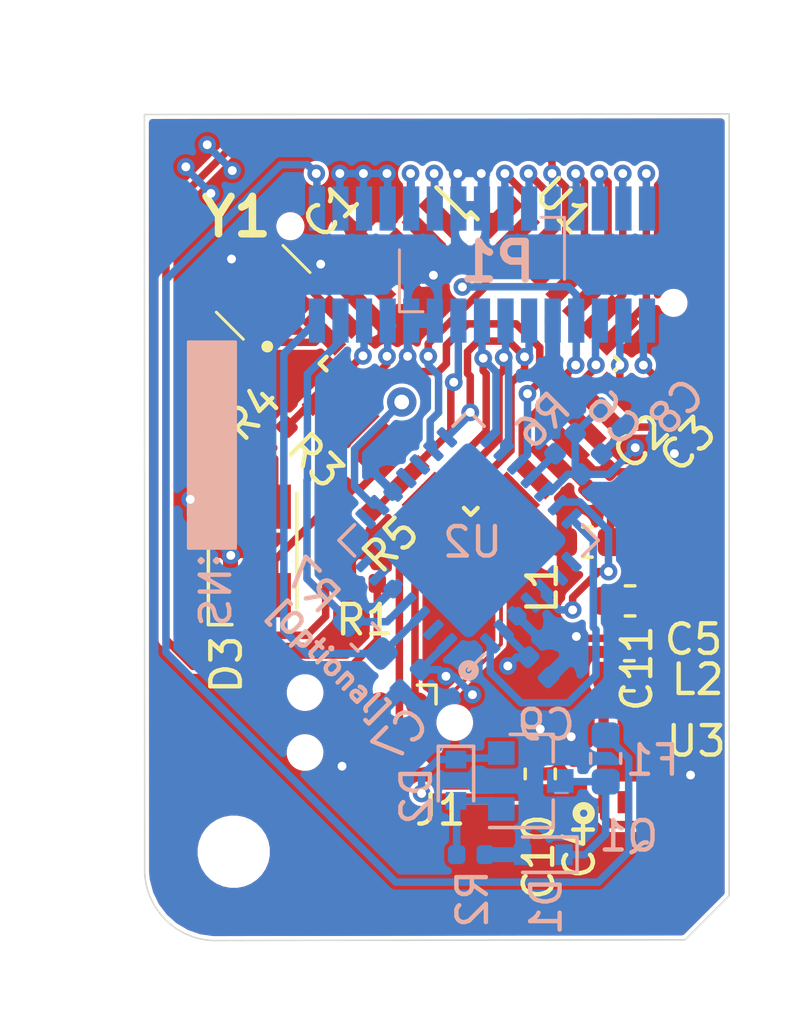
<source format=kicad_pcb>
(kicad_pcb (version 20171130) (host pcbnew "(5.1.2)-2")
  (layers (0 F.Cu signal) (31 B.Cu signal) (34 B.Paste user) (35 F.Paste user) (36 B.SilkS user) (37 F.SilkS user) (38 B.Mask user) (39 F.Mask user) (44 Edge.Cuts user))
  (net 0 "")
  (net 1 "Net-(U1-Pad7)")
  (net 2 GND)
  (net 3 /Reset)
  (net 4 /MOSI)
  (net 5 /SCK)
  (net 6 +5V)
  (net 7 /MISO)
  (net 8 "Net-(U2-Pad2)")
  (net 9 "Net-(U2-Pad6)")
  (net 10 "Net-(U2-Pad7)")
  (net 11 "Net-(U2-Pad8)")
  (net 12 "Net-(U2-Pad11)")
  (net 13 "Net-(U2-Pad12)")
  (net 14 "Net-(U2-Pad20)")
  (net 15 "Net-(U2-Pad21)")
  (net 16 "Net-(U2-Pad22)")
  (net 17 "Net-(U2-Pad23)")
  (net 18 "Net-(U2-Pad25)")
  (net 19 /CAN_CS)
  (net 20 /CAN_INT)
  (net 21 +12V)
  (net 22 /CLK_MCP)
  (net 23 /GREEN_LED)
  (net 24 /RED_LED)
  (net 25 /BLUE_LED)
  (net 26 /U-Pin8)
  (net 27 /U-Pin12)
  (net 28 /U-Pin14)
  (net 29 /U-Pin20)
  (net 30 /U-Pin22)
  (net 31 "Net-(D1-Pad1)")
  (net 32 "Net-(D2-Pad2)")
  (net 33 /U-Pin2)
  (net 34 /U-Pin4)
  (net 35 /U-Pin6)
  (net 36 /U-Pin7)
  (net 37 /U-Pin23)
  (net 38 /U-Pin1)
  (net 39 /U-Pin3)
  (net 40 +12V_Safe)
  (net 41 "Net-(C3-Pad2)")
  (net 42 "Net-(L2-Pad1)")
  (net 43 "Net-(R6-Pad1)")
  (net 44 "Net-(U3-Pad2)")
  (net 45 "Net-(U3-Pad6)")
  (net 46 "Net-(C2-Pad1)")
  (net 47 "Net-(D3-Pad2)")
  (net 48 "Net-(D3-Pad3)")
  (net 49 "Net-(D3-Pad4)")
  (net 50 "Net-(U1-Pad8)")
  (net 51 /U-Pin5)
  (net 52 /U-Pin27)
  (net 53 /U-Pin29)
  (module Inductor_SMD:L_0603_1608Metric (layer F.Cu) (at 78 78.5)
    (fp_text reference L1 (at -1.53 1.54 -90) (layer F.SilkS))
    (fp_text value 10uH)
    (pad 2 smd roundrect (at 0.7875 0) (size 0.875 0.95) (layers F.Cu F.Paste F.Mask) (net 41 "Net-(C3-Pad2)"))
    (pad 1 smd roundrect (at -0.7875 0) (size 0.875 0.95) (layers F.Cu F.Paste F.Mask) (net 6 +5V))
  )
  (module Package_QFP:TQFP-32_7x7mm_P0.8mm (layer F.Cu) (at 74.043324 72.446268 315)
    (fp_text reference U1 (at -1.57656 -6.012489 135) (layer F.SilkS))
    (fp_text value ATmega328P-AU)
    (pad 1 smd rect (at -4.25 -2.8 315) (size 1.6 0.55) (layers F.Cu F.Paste F.Mask) (net 29 /U-Pin20))
    (pad 2 smd rect (at -4.25 -2 315) (size 1.6 0.55) (layers F.Cu F.Paste F.Mask) (net 30 /U-Pin22))
    (pad 3 smd rect (at -4.25 -1.2 315) (size 1.6 0.55) (layers F.Cu F.Paste F.Mask) (net 2 GND))
    (pad 4 smd rect (at -4.25 -0.4 315) (size 1.6 0.55) (layers F.Cu F.Paste F.Mask) (net 6 +5V))
    (pad 5 smd rect (at -4.25 0.4 315) (size 1.6 0.55) (layers F.Cu F.Paste F.Mask) (net 2 GND))
    (pad 6 smd rect (at -4.25 1.2 315) (size 1.6 0.55) (layers F.Cu F.Paste F.Mask) (net 6 +5V))
    (pad 7 smd rect (at -4.25 2 315) (size 1.6 0.55) (layers F.Cu F.Paste F.Mask) (net 1 "Net-(U1-Pad7)"))
    (pad 8 smd rect (at -4.25 2.8 315) (size 1.6 0.55) (layers F.Cu F.Paste F.Mask) (net 50 "Net-(U1-Pad8)"))
    (pad 9 smd rect (at -2.8 4.25 45) (size 1.6 0.55) (layers F.Cu F.Paste F.Mask) (net 23 /GREEN_LED))
    (pad 10 smd rect (at -2 4.25 45) (size 1.6 0.55) (layers F.Cu F.Paste F.Mask) (net 37 /U-Pin23))
    (pad 11 smd rect (at -1.2 4.25 45) (size 1.6 0.55) (layers F.Cu F.Paste F.Mask) (net 19 /CAN_CS))
    (pad 12 smd rect (at -0.4 4.25 45) (size 1.6 0.55) (layers F.Cu F.Paste F.Mask) (net 22 /CLK_MCP))
    (pad 13 smd rect (at 0.4 4.25 45) (size 1.6 0.55) (layers F.Cu F.Paste F.Mask) (net 24 /RED_LED))
    (pad 14 smd rect (at 1.2 4.25 45) (size 1.6 0.55) (layers F.Cu F.Paste F.Mask) (net 25 /BLUE_LED))
    (pad 15 smd rect (at 2 4.25 45) (size 1.6 0.55) (layers F.Cu F.Paste F.Mask) (net 4 /MOSI))
    (pad 16 smd rect (at 2.8 4.25 45) (size 1.6 0.55) (layers F.Cu F.Paste F.Mask) (net 7 /MISO))
    (pad 17 smd rect (at 4.25 2.8 315) (size 1.6 0.55) (layers F.Cu F.Paste F.Mask) (net 5 /SCK))
    (pad 18 smd rect (at 4.25 2 315) (size 1.6 0.55) (layers F.Cu F.Paste F.Mask) (net 6 +5V))
    (pad 19 smd rect (at 4.25 1.2 315) (size 1.6 0.55) (layers F.Cu F.Paste F.Mask) (net 36 /U-Pin7))
    (pad 20 smd rect (at 4.25 0.4 315) (size 1.6 0.55) (layers F.Cu F.Paste F.Mask) (net 46 "Net-(C2-Pad1)"))
    (pad 21 smd rect (at 4.25 -0.4 315) (size 1.6 0.55) (layers F.Cu F.Paste F.Mask) (net 2 GND))
    (pad 22 smd rect (at 4.25 -1.2 315) (size 1.6 0.55) (layers F.Cu F.Paste F.Mask) (net 51 /U-Pin5))
    (pad 23 smd rect (at 4.25 -2 315) (size 1.6 0.55) (layers F.Cu F.Paste F.Mask) (net 38 /U-Pin1))
    (pad 24 smd rect (at 4.25 -2.8 315) (size 1.6 0.55) (layers F.Cu F.Paste F.Mask) (net 39 /U-Pin3))
    (pad 25 smd rect (at 2.8 -4.25 45) (size 1.6 0.55) (layers F.Cu F.Paste F.Mask) (net 33 /U-Pin2))
    (pad 26 smd rect (at 2 -4.25 45) (size 1.6 0.55) (layers F.Cu F.Paste F.Mask) (net 34 /U-Pin4))
    (pad 27 smd rect (at 1.2 -4.25 45) (size 1.6 0.55) (layers F.Cu F.Paste F.Mask) (net 35 /U-Pin6))
    (pad 28 smd rect (at 0.4 -4.25 45) (size 1.6 0.55) (layers F.Cu F.Paste F.Mask) (net 26 /U-Pin8))
    (pad 29 smd rect (at -0.4 -4.25 45) (size 1.6 0.55) (layers F.Cu F.Paste F.Mask) (net 3 /Reset))
    (pad 30 smd rect (at -1.2 -4.25 45) (size 1.6 0.55) (layers F.Cu F.Paste F.Mask) (net 27 /U-Pin12))
    (pad 31 smd rect (at -2 -4.25 45) (size 1.6 0.55) (layers F.Cu F.Paste F.Mask) (net 28 /U-Pin14))
    (pad 32 smd rect (at -2.8 -4.25 45) (size 1.6 0.55) (layers F.Cu F.Paste F.Mask) (net 20 /CAN_INT))
  )
  (module Connector:Tag-Connect_TC2030-IDC-NL_2x03_P1.27mm_Vertical (layer F.Cu) (at 70.96 84.62 180)
    (fp_text reference J1 (at -2.05 -2.97) (layer F.SilkS))
    (fp_text value TC2030-MCP-NL)
    (pad "" np_thru_hole circle (at 2.54 -1.016 180) (size 0.9906 0.9906) (drill 0.9906) (layers *.Cu *.Mask))
    (pad "" np_thru_hole circle (at 2.54 1.016 180) (size 0.9906 0.9906) (drill 0.9906) (layers *.Cu *.Mask))
    (pad "" np_thru_hole circle (at -2.54 0 180) (size 0.9906 0.9906) (drill 0.9906) (layers *.Cu *.Mask))
    (pad 1 connect circle (at -1.27 0.635 180) (size 0.7874 0.7874) (layers F.Cu F.Mask) (net 7 /MISO))
    (pad 2 connect circle (at -1.27 -0.635 180) (size 0.7874 0.7874) (layers F.Cu F.Mask) (net 6 +5V))
    (pad 3 connect circle (at 0 0.635 180) (size 0.7874 0.7874) (layers F.Cu F.Mask) (net 5 /SCK))
    (pad 4 connect circle (at 0 -0.635 180) (size 0.7874 0.7874) (layers F.Cu F.Mask) (net 4 /MOSI))
    (pad 5 connect circle (at 1.27 0.635 180) (size 0.7874 0.7874) (layers F.Cu F.Mask) (net 3 /Reset))
    (pad 6 connect circle (at 1.27 -0.635 180) (size 0.7874 0.7874) (layers F.Cu F.Mask) (net 2 GND))
  )
  (module SMLP36RGB2W3R:ILWX10SBVFBE (layer B.Cu) (at 74.422 69.088 180)
    (fp_text reference P1 (at -0.528 0.088) (layer B.SilkS) (effects (font (size 1.27 1.27) (thickness 0.254)) (justify mirror)))
    (fp_text value Conn_02x15_Odd_Even hide)
    (pad "" np_thru_hole circle (at 6.5 1.3 180) (size 0.7 0.7) (drill 0.7) (layers *.Cu *.Mask))
    (pad "" np_thru_hole circle (at -6.5 -1.3 180) (size 0.7 0.7) (drill 0.7) (layers *.Cu *.Mask))
    (pad 1 smd rect (at -5.6 -1.9 180) (size 0.55 1.5) (layers B.Cu B.Paste B.Mask) (net 38 /U-Pin1))
    (pad 2 smd rect (at -5.6 1.9 180) (size 0.55 1.5) (layers B.Cu B.Paste B.Mask) (net 33 /U-Pin2))
    (pad 3 smd rect (at -4.8 -1.9 180) (size 0.55 1.5) (layers B.Cu B.Paste B.Mask) (net 39 /U-Pin3))
    (pad 4 smd rect (at -4.8 1.9 180) (size 0.55 1.5) (layers B.Cu B.Paste B.Mask) (net 34 /U-Pin4))
    (pad 5 smd rect (at -4 -1.9 180) (size 0.55 1.5) (layers B.Cu B.Paste B.Mask) (net 51 /U-Pin5))
    (pad 6 smd rect (at -4 1.9 180) (size 0.55 1.5) (layers B.Cu B.Paste B.Mask) (net 35 /U-Pin6))
    (pad 7 smd rect (at -3.2 -1.9 180) (size 0.55 1.5) (layers B.Cu B.Paste B.Mask) (net 36 /U-Pin7))
    (pad 8 smd rect (at -3.2 1.9 180) (size 0.55 1.5) (layers B.Cu B.Paste B.Mask) (net 26 /U-Pin8))
    (pad 9 smd rect (at -2.4 -1.9 180) (size 0.55 1.5) (layers B.Cu B.Paste B.Mask) (net 2 GND))
    (pad 10 smd rect (at -2.4 1.9 180) (size 0.55 1.5) (layers B.Cu B.Paste B.Mask) (net 3 /Reset))
    (pad 11 smd rect (at -1.6 -1.9 180) (size 0.55 1.5) (layers B.Cu B.Paste B.Mask) (net 5 /SCK))
    (pad 12 smd rect (at -1.6 1.9 180) (size 0.55 1.5) (layers B.Cu B.Paste B.Mask) (net 27 /U-Pin12))
    (pad 13 smd rect (at -0.8 -1.9 180) (size 0.55 1.5) (layers B.Cu B.Paste B.Mask) (net 7 /MISO))
    (pad 14 smd rect (at -0.8 1.9 180) (size 0.55 1.5) (layers B.Cu B.Paste B.Mask) (net 28 /U-Pin14))
    (pad 15 smd rect (at 0 -1.9 180) (size 0.55 1.5) (layers B.Cu B.Paste B.Mask) (net 4 /MOSI))
    (pad 16 smd rect (at 0 1.9 180) (size 0.55 1.5) (layers B.Cu B.Paste B.Mask) (net 2 GND))
    (pad 17 smd rect (at 0.8 -1.9 180) (size 0.55 1.5) (layers B.Cu B.Paste B.Mask) (net 25 /BLUE_LED))
    (pad 18 smd rect (at 0.8 1.9 180) (size 0.55 1.5) (layers B.Cu B.Paste B.Mask) (net 2 GND))
    (pad 19 smd rect (at 1.6 -1.9 180) (size 0.55 1.5) (layers B.Cu B.Paste B.Mask) (net 2 GND))
    (pad 20 smd rect (at 1.6 1.9 180) (size 0.55 1.5) (layers B.Cu B.Paste B.Mask) (net 29 /U-Pin20))
    (pad 21 smd rect (at 2.4 -1.9 180) (size 0.55 1.5) (layers B.Cu B.Paste B.Mask) (net 2 GND))
    (pad 22 smd rect (at 2.4 1.9 180) (size 0.55 1.5) (layers B.Cu B.Paste B.Mask) (net 30 /U-Pin22))
    (pad 23 smd rect (at 3.2 -1.9 180) (size 0.55 1.5) (layers B.Cu B.Paste B.Mask) (net 37 /U-Pin23))
    (pad 24 smd rect (at 3.2 1.9 180) (size 0.55 1.5) (layers B.Cu B.Paste B.Mask) (net 6 +5V))
    (pad 25 smd rect (at 4 -1.9 180) (size 0.55 1.5) (layers B.Cu B.Paste B.Mask) (net 23 /GREEN_LED))
    (pad 26 smd rect (at 4 1.9 180) (size 0.55 1.5) (layers B.Cu B.Paste B.Mask) (net 6 +5V))
    (pad 27 smd rect (at 4.8 -1.9 180) (size 0.55 1.5) (layers B.Cu B.Paste B.Mask) (net 52 /U-Pin27))
    (pad 28 smd rect (at 4.8 1.9 180) (size 0.55 1.5) (layers B.Cu B.Paste B.Mask) (net 6 +5V))
    (pad 29 smd rect (at 5.6 -1.9 180) (size 0.55 1.5) (layers B.Cu B.Paste B.Mask) (net 53 /U-Pin29))
    (pad 30 smd rect (at 5.6 1.9 180) (size 0.55 1.5) (layers B.Cu B.Paste B.Mask) (net 21 +12V))
  )
  (module LED_SMD:LED_Avago_PLCC4_3.2x2.8mm_CW (layer F.Cu) (at 66.64 78.8 90)
    (fp_text reference D3 (at -3.85 -0.89 270) (layer F.SilkS))
    (fp_text value ASMB-MTB0-0A3A2)
    (pad 1 smd rect (at -1.5 -0.75 90) (size 1.5 1.1) (layers F.Cu F.Paste F.Mask) (net 6 +5V))
    (pad 2 smd rect (at 1.5 -0.75 90) (size 1.5 1.1) (layers F.Cu F.Paste F.Mask) (net 47 "Net-(D3-Pad2)"))
    (pad 3 smd rect (at 1.5 0.75 90) (size 1.5 1.1) (layers F.Cu F.Paste F.Mask) (net 48 "Net-(D3-Pad3)"))
    (pad 4 smd rect (at -1.5 0.75 90) (size 1.5 1.1) (layers F.Cu F.Paste F.Mask) (net 49 "Net-(D3-Pad4)"))
  )
  (module Resistor_SMD:R_0402_1005Metric (layer F.Cu) (at 70.385 79.9)
    (fp_text reference R1 (at 0.065 1.24) (layer F.SilkS))
    (fp_text value "10K Ohm")
    (pad 1 smd roundrect (at -0.485 0) (size 0.59 0.64) (layers F.Cu F.Paste F.Mask) (net 6 +5V))
    (pad 2 smd roundrect (at 0.485 0) (size 0.59 0.64) (layers F.Cu F.Paste F.Mask) (net 3 /Reset))
  )
  (module Resistor_SMD:R_0402_1005Metric (layer F.Cu) (at 70.322947 77.797053 45)
    (fp_text reference R5 (at 0.151396 1.25865 45) (layer F.SilkS))
    (fp_text value "190 Ohm")
    (pad 1 smd roundrect (at -0.485 0 45) (size 0.59 0.64) (layers F.Cu F.Paste F.Mask) (net 47 "Net-(D3-Pad2)"))
    (pad 2 smd roundrect (at 0.485 0 45) (size 0.59 0.64) (layers F.Cu F.Paste F.Mask) (net 25 /BLUE_LED))
  )
  (module Package_DFN_QFN:QFN-28-1EP_6x6mm_P0.65mm_EP4.8x4.8mm (layer B.Cu) (at 73.968 78.44 45)
    (fp_text reference U2 (at 0.050912 0.135765 180) (layer B.SilkS) (effects (justify mirror)))
    (fp_text value MCP25625-x-SS)
    (pad 29 smd roundrect (at 0 0 45) (size 4.8 4.8) (layers B.Cu B.Mask) (roundrect_rratio 0.052083))
    (pad 1 smd roundrect (at -2.9875 1.95 45) (size 0.775 0.3) (layers B.Cu B.Paste B.Mask) (net 6 +5V))
    (pad 2 smd roundrect (at -2.9875 1.3 45) (size 0.775 0.3) (layers B.Cu B.Paste B.Mask) (net 8 "Net-(U2-Pad2)"))
    (pad 3 smd roundrect (at -2.9875 0.65 45) (size 0.775 0.3) (layers B.Cu B.Paste B.Mask) (net 53 /U-Pin29))
    (pad 4 smd roundrect (at -2.9875 0 45) (size 0.775 0.3) (layers B.Cu B.Paste B.Mask) (net 52 /U-Pin27))
    (pad 5 smd roundrect (at -2.9875 -0.65 45) (size 0.775 0.3) (layers B.Cu B.Paste B.Mask) (net 2 GND))
    (pad 6 smd roundrect (at -2.9875 -1.3 45) (size 0.775 0.3) (layers B.Cu B.Paste B.Mask) (net 9 "Net-(U2-Pad6)"))
    (pad 7 smd roundrect (at -2.9875 -1.95 45) (size 0.775 0.3) (layers B.Cu B.Paste B.Mask) (net 10 "Net-(U2-Pad7)"))
    (pad 8 smd roundrect (at -1.95 -2.9875 45) (size 0.3 0.775) (layers B.Cu B.Paste B.Mask) (net 11 "Net-(U2-Pad8)"))
    (pad 9 smd roundrect (at -1.3 -2.9875 45) (size 0.3 0.775) (layers B.Cu B.Paste B.Mask) (net 22 /CLK_MCP))
    (pad 10 smd roundrect (at -0.65 -2.9875 45) (size 0.3 0.775) (layers B.Cu B.Paste B.Mask) (net 2 GND))
    (pad 11 smd roundrect (at 0 -2.9875 45) (size 0.3 0.775) (layers B.Cu B.Paste B.Mask) (net 12 "Net-(U2-Pad11)"))
    (pad 12 smd roundrect (at 0.65 -2.9875 45) (size 0.3 0.775) (layers B.Cu B.Paste B.Mask) (net 13 "Net-(U2-Pad12)"))
    (pad 13 smd roundrect (at 1.3 -2.9875 45) (size 0.3 0.775) (layers B.Cu B.Paste B.Mask) (net 20 /CAN_INT))
    (pad 14 smd roundrect (at 1.95 -2.9875 45) (size 0.3 0.775) (layers B.Cu B.Paste B.Mask) (net 5 /SCK))
    (pad 15 smd roundrect (at 2.9875 -1.95 45) (size 0.775 0.3) (layers B.Cu B.Paste B.Mask) (net 4 /MOSI))
    (pad 16 smd roundrect (at 2.9875 -1.3 45) (size 0.775 0.3) (layers B.Cu B.Paste B.Mask) (net 7 /MISO))
    (pad 17 smd roundrect (at 2.9875 -0.65 45) (size 0.775 0.3) (layers B.Cu B.Paste B.Mask) (net 19 /CAN_CS))
    (pad 18 smd roundrect (at 2.9875 0 45) (size 0.775 0.3) (layers B.Cu B.Paste B.Mask) (net 43 "Net-(R6-Pad1)"))
    (pad 19 smd roundrect (at 2.9875 0.65 45) (size 0.775 0.3) (layers B.Cu B.Paste B.Mask) (net 6 +5V))
    (pad 20 smd roundrect (at 2.9875 1.3 45) (size 0.775 0.3) (layers B.Cu B.Paste B.Mask) (net 14 "Net-(U2-Pad20)"))
    (pad 21 smd roundrect (at 2.9875 1.95 45) (size 0.775 0.3) (layers B.Cu B.Paste B.Mask) (net 15 "Net-(U2-Pad21)"))
    (pad 22 smd roundrect (at 1.95 2.9875 45) (size 0.3 0.775) (layers B.Cu B.Paste B.Mask) (net 16 "Net-(U2-Pad22)"))
    (pad 23 smd roundrect (at 1.3 2.9875 45) (size 0.3 0.775) (layers B.Cu B.Paste B.Mask) (net 17 "Net-(U2-Pad23)"))
    (pad 24 smd roundrect (at 0.65 2.9875 45) (size 0.3 0.775) (layers B.Cu B.Paste B.Mask) (net 14 "Net-(U2-Pad20)"))
    (pad 25 smd roundrect (at 0 2.9875 45) (size 0.3 0.775) (layers B.Cu B.Paste B.Mask) (net 18 "Net-(U2-Pad25)"))
    (pad 26 smd roundrect (at -0.65 2.9875 45) (size 0.3 0.775) (layers B.Cu B.Paste B.Mask) (net 2 GND))
    (pad 27 smd roundrect (at -1.3 2.9875 45) (size 0.3 0.775) (layers B.Cu B.Paste B.Mask) (net 6 +5V))
    (pad 28 smd roundrect (at -1.95 2.9875 45) (size 0.3 0.775) (layers B.Cu B.Paste B.Mask) (net 15 "Net-(U2-Pad21)"))
  )
  (module CSTNE16M0V530000R0:CSTNE16M0V530000R0 (layer F.Cu) (at 67.299049 70.331992 45)
    (fp_text reference Y1 (at 1.168807 -2.878661) (layer F.SilkS) (effects (font (size 1.27 1.27) (thickness 0.254))))
    (fp_text value 16.0Mhz hide)
    (pad 3 smd rect (at 1.2 -0.425 45) (size 0.4 1.9) (layers F.Cu F.Paste F.Mask) (net 1 "Net-(U1-Pad7)"))
    (pad 2 smd rect (at 0 -0.425 45) (size 0.4 1.9) (layers F.Cu F.Paste F.Mask) (net 2 GND))
    (pad 1 smd rect (at -1.2 -0.425 45) (size 0.4 1.9) (layers F.Cu F.Paste F.Mask) (net 50 "Net-(U1-Pad8)"))
  )
  (module Capacitor_SMD:C_0402_1005Metric (layer F.Cu) (at 69.792947 68.332053 225)
    (fp_text reference C1 (at -0.398883 1.096016 45) (layer F.SilkS))
    (fp_text value 0.1uF)
    (pad 1 smd roundrect (at -0.485 0 225) (size 0.59 0.64) (layers F.Cu F.Paste F.Mask) (net 6 +5V))
    (pad 2 smd roundrect (at 0.485 0 225) (size 0.59 0.64) (layers F.Cu F.Paste F.Mask) (net 2 GND))
  )
  (module Diode_SMD:D_SOD-523 (layer B.Cu) (at 76.5 89.1 180)
    (fp_text reference D1 (at -0.1016 -1.7526 90) (layer B.SilkS) (effects (justify mirror)))
    (fp_text value 15V)
    (pad 1 smd rect (at -0.7 0) (size 0.6 0.7) (layers B.Cu B.Paste B.Mask) (net 31 "Net-(D1-Pad1)"))
    (pad 2 smd rect (at 0.7 0) (size 0.6 0.7) (layers B.Cu B.Paste B.Mask) (net 2 GND))
  )
  (module Capacitor_SMD:C_0402_1005Metric (layer F.Cu) (at 80.042947 76.457053 225)
    (fp_text reference C3 (at -1.862594 -0.070711 225) (layer F.SilkS))
    (fp_text value 0.1uF)
    (pad 2 smd roundrect (at 0.485 0 225) (size 0.59 0.64) (layers F.Cu F.Paste F.Mask) (net 41 "Net-(C3-Pad2)"))
    (pad 1 smd roundrect (at -0.485 0 225) (size 0.59 0.64) (layers F.Cu F.Paste F.Mask) (net 2 GND))
  )
  (module Resistor_SMD:R_0402_1005Metric (layer B.Cu) (at 74.048 89.1)
    (fp_text reference R2 (at 0.052 1.5 270) (layer B.SilkS) (effects (justify mirror)))
    (fp_text value "100K Ohm")
    (pad 2 smd roundrect (at 0.485 0) (size 0.59 0.64) (layers B.Cu B.Paste B.Mask) (net 2 GND))
    (pad 1 smd roundrect (at -0.485 0) (size 0.59 0.64) (layers B.Cu B.Paste B.Mask) (net 32 "Net-(D2-Pad2)"))
  )
  (module Package_TO_SOT_SMD:SOT-23 (layer B.Cu) (at 76.08 86.6)
    (fp_text reference Q1 (at 3.32 1.87) (layer B.SilkS) (effects (justify mirror)))
    (fp_text value Q_PMOS_DGS)
    (pad 3 smd rect (at 1 0) (size 0.9 0.8) (layers B.Cu B.Paste B.Mask) (net 31 "Net-(D1-Pad1)"))
    (pad 2 smd rect (at -1 -0.95) (size 0.9 0.8) (layers B.Cu B.Paste B.Mask) (net 40 +12V_Safe))
    (pad 1 smd rect (at -1 0.95) (size 0.9 0.8) (layers B.Cu B.Paste B.Mask) (net 32 "Net-(D2-Pad2)"))
  )
  (module Fuse:Fuse_0603_1608Metric (layer B.Cu) (at 78.62 85.8375 90)
    (fp_text reference F1 (at -0.0625 1.58 180) (layer B.SilkS) (effects (justify mirror)))
    (fp_text value 250mA)
    (pad 2 smd roundrect (at 0.7875 0 90) (size 0.875 0.95) (layers B.Cu B.Paste B.Mask) (net 21 +12V))
    (pad 1 smd roundrect (at -0.7875 0 90) (size 0.875 0.95) (layers B.Cu B.Paste B.Mask) (net 31 "Net-(D1-Pad1)"))
  )
  (module Diode_SMD:D_SOD-523 (layer B.Cu) (at 73.54 86.574 270)
    (fp_text reference D2 (at 0.526 1.34 90) (layer B.SilkS) (effects (justify mirror)))
    (fp_text value 2.4V)
    (pad 1 smd rect (at -0.7 0 90) (size 0.6 0.7) (layers B.Cu B.Paste B.Mask) (net 40 +12V_Safe))
    (pad 2 smd rect (at 0.7 0 90) (size 0.6 0.7) (layers B.Cu B.Paste B.Mask) (net 32 "Net-(D2-Pad2)"))
  )
  (module Resistor_SMD:R_0603_1608Metric (layer B.Cu) (at 70.46 81.72 315)
    (fp_text reference R7 (at -2.5173 0.042426 315) (layer B.SilkS) (effects (justify mirror)))
    (fp_text value "120 Ohm")
    (pad 1 smd roundrect (at -0.7875 0 315) (size 0.875 0.95) (layers B.Cu B.Paste B.Mask) (net 52 /U-Pin27))
    (pad 2 smd roundrect (at 0.7875 0 315) (size 0.875 0.95) (layers B.Cu B.Paste B.Mask) (net 53 /U-Pin29))
  )
  (module Capacitor_SMD:C_0402_1005Metric (layer B.Cu) (at 72 83.17 225)
    (fp_text reference C7 (at 1.559803 -1.103087 225) (layer B.SilkS) (effects (justify mirror)))
    (fp_text value 0.1uF)
    (pad 1 smd roundrect (at -0.485 0 225) (size 0.59 0.64) (layers B.Cu B.Paste B.Mask) (net 6 +5V))
    (pad 2 smd roundrect (at 0.485 0 225) (size 0.59 0.64) (layers B.Cu B.Paste B.Mask) (net 2 GND))
  )
  (module Capacitor_SMD:C_0402_1005Metric (layer B.Cu) (at 78.142947 75.857053 45)
    (fp_text reference C8 (at 3.412572 0.66468 45) (layer B.SilkS) (effects (justify mirror)))
    (fp_text value 0.1uF hide)
    (pad 1 smd roundrect (at -0.485 0 45) (size 0.59 0.64) (layers B.Cu B.Paste B.Mask) (net 6 +5V))
    (pad 2 smd roundrect (at 0.485 0 45) (size 0.59 0.64) (layers B.Cu B.Paste B.Mask) (net 2 GND))
  )
  (module Capacitor_SMD:C_0402_1005Metric (layer B.Cu) (at 76.342947 82.742947 135)
    (fp_text reference C9 (at -1.565609 -1.202082) (layer B.SilkS) (effects (justify mirror)))
    (fp_text value 0.1uF)
    (pad 1 smd roundrect (at -0.485 0 135) (size 0.59 0.64) (layers B.Cu B.Paste B.Mask) (net 2 GND))
    (pad 2 smd roundrect (at 0.485 0 135) (size 0.59 0.64) (layers B.Cu B.Paste B.Mask) (net 6 +5V))
  )
  (module Capacitor_SMD:C_0402_1005Metric (layer B.Cu) (at 78.8 74.3 315)
    (fp_text reference C6 (at 0.070711 -0.070711 315) (layer B.SilkS) (effects (justify mirror)))
    (fp_text value 0.1uF)
    (pad 1 smd roundrect (at -0.485 0 315) (size 0.59 0.64) (layers B.Cu B.Paste B.Mask) (net 6 +5V))
    (pad 2 smd roundrect (at 0.485 0 315) (size 0.59 0.64) (layers B.Cu B.Paste B.Mask) (net 2 GND))
  )
  (module Resistor_SMD:R_0402_1005Metric (layer B.Cu) (at 77.242947 75.157053 45)
    (fp_text reference R6 (at 0.007071 -1.096016 45) (layer B.SilkS) (effects (justify mirror)))
    (fp_text value "10K Ohm")
    (pad 1 smd roundrect (at -0.485 0 45) (size 0.59 0.64) (layers B.Cu B.Paste B.Mask) (net 43 "Net-(R6-Pad1)"))
    (pad 2 smd roundrect (at 0.485 0 45) (size 0.59 0.64) (layers B.Cu B.Paste B.Mask) (net 6 +5V))
  )
  (module Capacitor_SMD:C_0402_1005Metric (layer F.Cu) (at 78.4 76.4 45)
    (fp_text reference C2 (at 1.916259 0.091924 225) (layer F.SilkS))
    (fp_text value 0.1uF)
    (pad 1 smd roundrect (at -0.485 0 45) (size 0.59 0.64) (layers F.Cu F.Paste F.Mask) (net 46 "Net-(C2-Pad1)"))
    (pad 2 smd roundrect (at 0.485 0 45) (size 0.59 0.64) (layers F.Cu F.Paste F.Mask) (net 2 GND))
  )
  (module Capacitor_SMD:C_0402_1005Metric (layer F.Cu) (at 77.67 86.313 90)
    (fp_text reference C4 (at -2.627 0.06 270) (layer F.SilkS))
    (fp_text value 0.1uF)
    (pad 1 smd roundrect (at -0.485 0 90) (size 0.59 0.64) (layers F.Cu F.Paste F.Mask) (net 40 +12V_Safe))
    (pad 2 smd roundrect (at 0.485 0 90) (size 0.59 0.64) (layers F.Cu F.Paste F.Mask) (net 2 GND))
  )
  (module Capacitor_SMD:C_0402_1005Metric (layer F.Cu) (at 79.471 81.764 180)
    (fp_text reference C5 (at -2.129 -0.036 180) (layer F.SilkS))
    (fp_text value 0.1uF)
    (pad 2 smd roundrect (at 0.485 0 180) (size 0.59 0.64) (layers F.Cu F.Paste F.Mask) (net 2 GND))
    (pad 1 smd roundrect (at -0.485 0 180) (size 0.59 0.64) (layers F.Cu F.Paste F.Mask) (net 6 +5V))
  )
  (module MountingHole:MountingHole_2.2mm_M2 (layer B.Cu) (at 66 89)
    (fp_text reference H1 (at 0.01 -0.05) (layer B.SilkS) (effects (justify mirror)))
    (fp_text value "M2 Mouting hole")
    (pad 1 np_thru_hole circle (at 0 0) (size 2.2 2.2) (drill 2.2) (layers *.Cu *.Mask))
  )
  (module Inductor_SMD:L_0603_1608Metric (layer F.Cu) (at 79.4225 83.034)
    (fp_text reference L2 (at 2.3175 0.126 -180) (layer F.SilkS))
    (fp_text value "2.2 µH")
    (pad 1 smd roundrect (at -0.7875 0) (size 0.875 0.95) (layers F.Cu F.Paste F.Mask) (net 42 "Net-(L2-Pad1)"))
    (pad 2 smd roundrect (at 0.7875 0) (size 0.875 0.95) (layers F.Cu F.Paste F.Mask) (net 6 +5V))
  )
  (module NCV890430MW50TXG:SON65P300X300X100-9N (layer F.Cu) (at 79.524 85.82 90)
    (fp_text reference U3 (at 0.57 2.166 180) (layer F.SilkS))
    (fp_text value NCV890430MW50TXG hide)
    (pad 1 smd rect (at -1.5 -0.975 180) (size 0.35 0.75) (layers F.Cu F.Paste F.Mask) (net 40 +12V_Safe))
    (pad 2 smd rect (at -1.5 -0.325 180) (size 0.35 0.75) (layers F.Cu F.Paste F.Mask) (net 44 "Net-(U3-Pad2)"))
    (pad 3 smd rect (at -1.5 0.325 180) (size 0.35 0.75) (layers F.Cu F.Paste F.Mask) (net 2 GND))
    (pad 4 smd rect (at -1.5 0.975 180) (size 0.35 0.75) (layers F.Cu F.Paste F.Mask) (net 40 +12V_Safe))
    (pad 5 smd rect (at 1.5 0.975 180) (size 0.35 0.75) (layers F.Cu F.Paste F.Mask) (net 6 +5V))
    (pad 6 smd rect (at 1.5 0.325 180) (size 0.35 0.75) (layers F.Cu F.Paste F.Mask) (net 45 "Net-(U3-Pad6)"))
    (pad 7 smd rect (at 1.5 -0.325 180) (size 0.35 0.75) (layers F.Cu F.Paste F.Mask) (net 2 GND))
    (pad 8 smd rect (at 1.5 -0.975 180) (size 0.35 0.75) (layers F.Cu F.Paste F.Mask) (net 42 "Net-(L2-Pad1)"))
    (pad 9 smd rect (at 0 0 90) (size 1.6 2.4) (layers F.Cu F.Paste F.Mask) (net 2 GND))
  )
  (module Capacitor_SMD:C_0603_1608Metric (layer F.Cu) (at 76.4 86.3615 90)
    (fp_text reference C10 (at -2.8194 -0.0508 90) (layer F.SilkS))
    (fp_text value 10uF)
    (pad 1 smd roundrect (at -0.7875 0 90) (size 0.875 0.95) (layers F.Cu F.Paste F.Mask) (net 40 +12V_Safe))
    (pad 2 smd roundrect (at 0.7875 0 90) (size 0.875 0.95) (layers F.Cu F.Paste F.Mask) (net 2 GND))
  )
  (module Capacitor_SMD:C_0603_1608Metric (layer F.Cu) (at 79.448 80.494 180)
    (fp_text reference C11 (at -0.2285 -2.286 270) (layer F.SilkS))
    (fp_text value 10uF)
    (pad 2 smd roundrect (at 0.7875 0 180) (size 0.875 0.95) (layers F.Cu F.Paste F.Mask) (net 2 GND))
    (pad 1 smd roundrect (at -0.7875 0 180) (size 0.875 0.95) (layers F.Cu F.Paste F.Mask) (net 6 +5V))
  )
  (module Resistor_SMD:R_0402_1005Metric (layer F.Cu) (at 69.492947 76.997053 45)
    (fp_text reference R3 (at 0.391812 -1.400071 315) (layer F.SilkS))
    (fp_text value "290 ohm")
    (pad 1 smd roundrect (at -0.485 0 45) (size 0.59 0.64) (layers F.Cu F.Paste F.Mask) (net 49 "Net-(D3-Pad4)"))
    (pad 2 smd roundrect (at 0.485 0 45) (size 0.59 0.64) (layers F.Cu F.Paste F.Mask) (net 24 /RED_LED))
  )
  (module Resistor_SMD:R_0402_1005Metric (layer F.Cu) (at 67.457053 74.942947 45)
    (fp_text reference R4 (at 0 -1.17 225) (layer F.SilkS))
    (fp_text value 200ohm)
    (pad 2 smd roundrect (at 0.485 0 45) (size 0.59 0.64) (layers F.Cu F.Paste F.Mask) (net 23 /GREEN_LED))
    (pad 1 smd roundrect (at -0.485 0 45) (size 0.59 0.64) (layers F.Cu F.Paste F.Mask) (net 48 "Net-(D3-Pad3)"))
  )
  (gr_line (start 82.80908 90.49258) (end 81.31302 91.98864) (layer Edge.Cuts) (width 0.05))
  (gr_arc (start 65.399901 89.588339) (end 62.97676 89.71534) (angle -84.58411655) (layer Edge.Cuts) (width 0.05))
  (gr_line (start 62.97676 89.71534) (end 62.97 64) (layer Edge.Cuts) (width 0.05))
  (gr_line (start 81.31302 91.98864) (end 65.297629 92.01265) (layer Edge.Cuts) (width 0.05))
  (gr_line (start 82.81 63.98) (end 82.80908 90.49258) (layer Edge.Cuts) (width 0.05))
  (gr_line (start 62.97 64) (end 82.81 63.98) (layer Edge.Cuts) (width 0.05))
  (gr_text SN: (at 65.3 80.13 270) (layer B.SilkS) (effects (font (size 1 1)) (justify mirror)))
  (gr_poly (pts (xy 64.46 71.71) (xy 66.06 71.71) (xy 66.06 78.71) (xy 64.46 78.71)) (layer B.SilkS) (width 0.1))
  (gr_text [Optional] (at 69.24 82.53 315) (layer B.SilkS) (effects (font (size 0.7 0.7))))
  (segment (start 69.519392 70.855278) (end 69.623907 70.855278) (width 0.254) (layer F.Cu) (net 1))
  (segment (start 67.847057 69.182943) (end 69.519392 70.855278) (width 0.254) (layer F.Cu) (net 1))
  (via (at 73.6 66) (size 0.6) (drill 0.3) (layers F.Cu B.Cu) (net 2))
  (segment (start 77.416 85.574) (end 77.67 85.828) (width 0.254) (layer F.Cu) (net 2))
  (segment (start 76.4 85.574) (end 77.416 85.574) (width 0.254) (layer F.Cu) (net 2))
  (segment (start 77.678 85.82) (end 77.67 85.828) (width 0.254) (layer F.Cu) (net 2))
  (segment (start 79.524 85.82) (end 77.678 85.82) (width 0.254) (layer F.Cu) (net 2))
  (segment (start 79.199 85.495) (end 79.524 85.82) (width 0.254) (layer F.Cu) (net 2))
  (segment (start 79.199 84.32) (end 79.199 85.495) (width 0.254) (layer F.Cu) (net 2))
  (segment (start 80.328841 76.057053) (end 80.385894 76.114106) (width 0.254) (layer F.Cu) (net 2))
  (segment (start 78.485894 75.514106) (end 78.5 75.5) (width 0.254) (layer B.Cu) (net 2))
  (segment (start 74.4 67.166) (end 74.422 67.188) (width 0.254) (layer B.Cu) (net 2))
  (segment (start 74.4 66) (end 74.4 67.166) (width 0.254) (layer B.Cu) (net 2))
  (segment (start 73.6 67.166) (end 73.622 67.188) (width 0.254) (layer B.Cu) (net 2))
  (segment (start 73.6 66) (end 73.6 67.166) (width 0.254) (layer B.Cu) (net 2))
  (segment (start 80.514106 76.242318) (end 80.385894 76.114106) (width 0.254) (layer F.Cu) (net 2))
  (segment (start 80.514106 77.685894) (end 80.514106 76.242318) (width 0.254) (layer F.Cu) (net 2))
  (segment (start 74.422 67.188) (end 73.622 67.188) (width 0.254) (layer B.Cu) (net 2))
  (segment (start 80.514106 78.057926) (end 80.514106 77.685894) (width 0.254) (layer F.Cu) (net 2))
  (segment (start 80.514106 79.077894) (end 80.514106 78.057926) (width 0.254) (layer F.Cu) (net 2))
  (segment (start 79.098 80.494) (end 80.514106 79.077894) (width 0.254) (layer F.Cu) (net 2))
  (segment (start 78.6605 80.494) (end 79.098 80.494) (width 0.254) (layer F.Cu) (net 2))
  (segment (start 74.4 66) (end 73.6 66) (width 0.254) (layer B.Cu) (net 2))
  (segment (start 79.142947 74.857053) (end 78.485894 75.514106) (width 0.254) (layer B.Cu) (net 2))
  (segment (start 79.142947 74.642947) (end 79.142947 74.857053) (width 0.254) (layer B.Cu) (net 2))
  (via (at 74.4 66) (size 0.6) (drill 0.3) (layers F.Cu B.Cu) (net 2))
  (segment (start 78.8 76.114106) (end 78.742947 76.057053) (width 0.254) (layer F.Cu) (net 2))
  (segment (start 80.385894 76.114106) (end 78.8 76.114106) (width 0.254) (layer F.Cu) (net 2))
  (via (at 81.5 86.4) (size 0.6) (drill 0.3) (layers F.Cu B.Cu) (net 2))
  (segment (start 80.92 85.82) (end 79.524 85.82) (width 0.254) (layer F.Cu) (net 2))
  (segment (start 81.5 86.4) (end 80.92 85.82) (width 0.254) (layer F.Cu) (net 2))
  (segment (start 79.43 84.089) (end 79.199 84.32) (width 0.254) (layer F.Cu) (net 2))
  (segment (start 78.986 81.764) (end 79.43 82.208) (width 0.254) (layer F.Cu) (net 2))
  (segment (start 79.43 82.208) (end 79.43 84.089) (width 0.254) (layer F.Cu) (net 2))
  (segment (start 78.691 81.764) (end 78.986 81.764) (width 0.254) (layer F.Cu) (net 2))
  (segment (start 78.67 81.743) (end 78.691 81.764) (width 0.254) (layer F.Cu) (net 2))
  (segment (start 78.6605 80.494) (end 78.67 80.5035) (width 0.254) (layer F.Cu) (net 2))
  (segment (start 78.67 80.5035) (end 78.67 81.743) (width 0.254) (layer F.Cu) (net 2))
  (segment (start 78.219795 76.057053) (end 77.331371 75.168629) (width 0.254) (layer F.Cu) (net 2))
  (segment (start 78.742947 76.057053) (end 78.219795 76.057053) (width 0.254) (layer F.Cu) (net 2))
  (segment (start 72 68.705888) (end 72.005888 68.705888) (width 0.254) (layer F.Cu) (net 2))
  (segment (start 71.886648 68.592536) (end 72 68.705888) (width 0.254) (layer F.Cu) (net 2))
  (segment (start 69.70637 68.675) (end 70.755277 69.723907) (width 0.254) (layer F.Cu) (net 2))
  (segment (start 69.45 68.675) (end 69.70637 68.675) (width 0.254) (layer F.Cu) (net 2))
  (segment (start 79.849 86.145) (end 79.849 87.32) (width 0.254) (layer F.Cu) (net 2))
  (segment (start 79.524 85.82) (end 79.849 86.145) (width 0.254) (layer F.Cu) (net 2))
  (via (at 76.4 84.8409) (size 0.6) (drill 0.3) (layers F.Cu B.Cu) (net 2))
  (segment (start 76.4 85.574) (end 76.4 84.8409) (width 0.254) (layer F.Cu) (net 2))
  (via (at 77.45 85.1) (size 0.6) (drill 0.3) (layers F.Cu B.Cu) (net 2))
  (segment (start 77.67 85.828) (end 77.67 85.32) (width 0.254) (layer F.Cu) (net 2))
  (segment (start 77.67 85.32) (end 77.45 85.1) (width 0.254) (layer F.Cu) (net 2))
  (segment (start 77.689 81.764) (end 77.625 81.7) (width 0.254) (layer F.Cu) (net 2))
  (via (at 77.625 81.7) (size 0.6) (drill 0.3) (layers F.Cu B.Cu) (net 2))
  (segment (start 78.986 81.764) (end 77.689 81.764) (width 0.254) (layer F.Cu) (net 2))
  (segment (start 77.200736 81.7) (end 77.625 81.7) (width 0.254) (layer B.Cu) (net 2))
  (segment (start 76.325 81.7) (end 77.200736 81.7) (width 0.254) (layer B.Cu) (net 2))
  (segment (start 75.620862 81.012101) (end 75.637101 81.012101) (width 0.254) (layer B.Cu) (net 2))
  (segment (start 75.637101 81.012101) (end 76.325 81.7) (width 0.254) (layer B.Cu) (net 2))
  (segment (start 77.625 82.1) (end 77.625 81.7) (width 0.254) (layer B.Cu) (net 2))
  (segment (start 76.685894 83.085894) (end 76.685894 83.039106) (width 0.254) (layer B.Cu) (net 2))
  (segment (start 76.685894 83.039106) (end 77.625 82.1) (width 0.254) (layer B.Cu) (net 2))
  (via (at 80.95 75.5) (size 0.6) (drill 0.3) (layers F.Cu B.Cu) (net 2))
  (segment (start 80.385894 76.114106) (end 80.385894 76.064106) (width 0.254) (layer F.Cu) (net 2))
  (segment (start 80.385894 76.064106) (end 80.95 75.5) (width 0.254) (layer F.Cu) (net 2))
  (via (at 72.775 69.45) (size 0.6) (drill 0.3) (layers F.Cu B.Cu) (net 2))
  (segment (start 71.886648 68.592536) (end 71.917536 68.592536) (width 0.254) (layer F.Cu) (net 2))
  (segment (start 71.917536 68.592536) (end 72.775 69.45) (width 0.254) (layer F.Cu) (net 2))
  (via (at 68.95 69.075) (size 0.6) (drill 0.3) (layers F.Cu B.Cu) (net 2))
  (segment (start 69.45 68.675) (end 69.35 68.675) (width 0.254) (layer F.Cu) (net 2))
  (segment (start 69.35 68.675) (end 68.95 69.075) (width 0.254) (layer F.Cu) (net 2))
  (segment (start 69.69 86.085) (end 69.675 86.1) (width 0.254) (layer F.Cu) (net 2))
  (via (at 69.675 86.1) (size 0.6) (drill 0.3) (layers F.Cu B.Cu) (net 2))
  (segment (start 69.69 85.255) (end 69.69 86.085) (width 0.254) (layer F.Cu) (net 2))
  (segment (start 71.9 71.11) (end 72.022 70.988) (width 0.254) (layer B.Cu) (net 2))
  (segment (start 71.9 72.2) (end 71.9 71.11) (width 0.254) (layer B.Cu) (net 2))
  (via (at 71.9 72.2) (size 0.6) (drill 0.3) (layers F.Cu B.Cu) (net 2))
  (via (at 65.925 68.899998) (size 0.6) (drill 0.3) (layers F.Cu B.Cu) (net 2))
  (segment (start 65.925 68.975) (end 65.925 68.899998) (width 0.254) (layer F.Cu) (net 2))
  (segment (start 66.998529 70.031472) (end 66.981472 70.031472) (width 0.254) (layer F.Cu) (net 2))
  (segment (start 66.981472 70.031472) (end 65.925 68.975) (width 0.254) (layer F.Cu) (net 2))
  (segment (start 70.87 81.83) (end 70.87 79.9) (width 0.254) (layer F.Cu) (net 3))
  (via (at 76.8 66) (size 0.6) (drill 0.3) (layers F.Cu B.Cu) (net 3))
  (segment (start 76.822 66.022) (end 76.8 66) (width 0.254) (layer B.Cu) (net 3))
  (segment (start 76.822 67.188) (end 76.822 66.022) (width 0.254) (layer B.Cu) (net 3))
  (segment (start 77.26291 68.660996) (end 76.765685 69.158221) (width 0.254) (layer F.Cu) (net 3))
  (segment (start 76.8 66) (end 77.26291 66.46291) (width 0.254) (layer F.Cu) (net 3))
  (segment (start 77.26291 66.46291) (end 77.26291 68.660996) (width 0.254) (layer F.Cu) (net 3))
  (segment (start 70.87 81.83) (end 69.9875 82.7125) (width 0.254) (layer F.Cu) (net 3))
  (segment (start 69.69 83.01) (end 69.69 83.985) (width 0.254) (layer F.Cu) (net 3))
  (segment (start 69.9875 82.7125) (end 69.69 83.01) (width 0.254) (layer F.Cu) (net 3))
  (segment (start 64.280446 66.719554) (end 63.7 67.3) (width 0.254) (layer F.Cu) (net 3))
  (segment (start 64.6125 82.7125) (end 69.9875 82.7125) (width 0.254) (layer F.Cu) (net 3))
  (segment (start 76.8 65.575736) (end 76.024264 64.8) (width 0.254) (layer F.Cu) (net 3))
  (segment (start 63.7 81.8) (end 64.6125 82.7125) (width 0.254) (layer F.Cu) (net 3))
  (segment (start 66.219554 64.8) (end 64.3 66.719554) (width 0.254) (layer F.Cu) (net 3))
  (segment (start 76.8 66) (end 76.8 65.575736) (width 0.254) (layer F.Cu) (net 3))
  (segment (start 76.024264 64.8) (end 66.219554 64.8) (width 0.254) (layer F.Cu) (net 3))
  (segment (start 63.7 67.3) (end 63.7 81.8) (width 0.254) (layer F.Cu) (net 3))
  (segment (start 64.3 66.719554) (end 64.280446 66.719554) (width 0.254) (layer F.Cu) (net 3))
  (segment (start 71.620399 77.69762) (end 72.452334 76.865685) (width 0.254) (layer F.Cu) (net 4))
  (segment (start 70.96 85.255) (end 71.620399 84.594601) (width 0.254) (layer F.Cu) (net 4))
  (segment (start 71.620399 84.594601) (end 71.620399 77.69762) (width 0.254) (layer F.Cu) (net 4))
  (segment (start 74.422 70.988) (end 74.422 72.222009) (width 0.254) (layer B.Cu) (net 4))
  (segment (start 74.422 72.222009) (end 74.464799 72.264808) (width 0.254) (layer B.Cu) (net 4))
  (via (at 74.464799 72.264808) (size 0.6) (drill 0.3) (layers F.Cu B.Cu) (net 4))
  (segment (start 74.464799 72.289799) (end 74.464799 72.264808) (width 0.254) (layer B.Cu) (net 4))
  (segment (start 74.9 72.725) (end 74.464799 72.289799) (width 0.254) (layer B.Cu) (net 4))
  (segment (start 74.701623 74.94866) (end 74.9 74.750283) (width 0.254) (layer B.Cu) (net 4))
  (segment (start 74.9 74.750283) (end 74.9 72.725) (width 0.254) (layer B.Cu) (net 4))
  (segment (start 72.452334 76.865685) (end 74.565901 74.752118) (width 0.254) (layer F.Cu) (net 4))
  (segment (start 74.565901 74.752118) (end 74.565901 72.790174) (width 0.254) (layer F.Cu) (net 4))
  (segment (start 74.464799 72.689072) (end 74.464799 72.264808) (width 0.254) (layer F.Cu) (net 4))
  (segment (start 74.565901 72.790174) (end 74.464799 72.689072) (width 0.254) (layer F.Cu) (net 4))
  (segment (start 70.35 84.595) (end 70.566301 84.378699) (width 0.127) (layer F.Cu) (net 5))
  (segment (start 70.35 85.631028) (end 70.35 84.595) (width 0.127) (layer F.Cu) (net 5))
  (segment (start 70.743972 86.025) (end 70.35 85.631028) (width 0.127) (layer F.Cu) (net 5))
  (segment (start 71.4 86.025) (end 70.743972 86.025) (width 0.127) (layer F.Cu) (net 5))
  (segment (start 71.59 85.835) (end 71.4 86.025) (width 0.127) (layer F.Cu) (net 5))
  (segment (start 70.566301 84.378699) (end 70.96 83.985) (width 0.127) (layer F.Cu) (net 5))
  (segment (start 71.59 85.03) (end 71.59 85.835) (width 0.127) (layer F.Cu) (net 5))
  (segment (start 75.068629 81.954601) (end 72.48323 84.54) (width 0.127) (layer F.Cu) (net 5))
  (segment (start 75.068629 77.431371) (end 75.068629 81.954601) (width 0.127) (layer F.Cu) (net 5))
  (segment (start 72.48323 84.54) (end 72.08 84.54) (width 0.127) (layer F.Cu) (net 5))
  (segment (start 72.08 84.54) (end 71.59 85.03) (width 0.127) (layer F.Cu) (net 5))
  (segment (start 74.025 74.158037) (end 74.025 74.099998) (width 0.254) (layer B.Cu) (net 5))
  (segment (start 73.234377 74.94866) (end 74.025 74.158037) (width 0.254) (layer B.Cu) (net 5))
  (via (at 74.025 74.099998) (size 0.6) (drill 0.3) (layers F.Cu B.Cu) (net 5))
  (segment (start 76.022 70.988) (end 76.022 72.064559) (width 0.254) (layer B.Cu) (net 5))
  (segment (start 74.6 77.351651) (end 74.6 76.2) (width 0.254) (layer F.Cu) (net 5))
  (segment (start 73.931811 72.043925) (end 74.291637 71.684099) (width 0.254) (layer F.Cu) (net 5))
  (segment (start 75.333918 71.684099) (end 75.56819 71.918371) (width 0.254) (layer F.Cu) (net 5))
  (segment (start 75.868189 72.642634) (end 75.868189 72.21837) (width 0.254) (layer F.Cu) (net 5))
  (segment (start 73.931811 72.781215) (end 73.931811 72.043925) (width 0.254) (layer F.Cu) (net 5))
  (segment (start 74.291637 71.684099) (end 75.333918 71.684099) (width 0.254) (layer F.Cu) (net 5))
  (segment (start 74.6 76.2) (end 75.407743 75.392257) (width 0.254) (layer F.Cu) (net 5))
  (segment (start 74.025 72.874404) (end 73.931811 72.781215) (width 0.254) (layer F.Cu) (net 5))
  (segment (start 75.407743 75.392257) (end 75.407743 73.10308) (width 0.254) (layer F.Cu) (net 5))
  (segment (start 75.407743 73.10308) (end 75.868189 72.642634) (width 0.254) (layer F.Cu) (net 5))
  (segment (start 74.025 74.099998) (end 74.025 72.874404) (width 0.254) (layer F.Cu) (net 5))
  (segment (start 76.022 72.064559) (end 75.868189 72.21837) (width 0.254) (layer B.Cu) (net 5))
  (segment (start 75.56819 71.918371) (end 75.868189 72.21837) (width 0.254) (layer F.Cu) (net 5))
  (via (at 75.868189 72.21837) (size 0.6) (drill 0.3) (layers F.Cu B.Cu) (net 5))
  (segment (start 74.67972 77.431371) (end 74.6 77.351651) (width 0.254) (layer F.Cu) (net 5))
  (segment (start 75.068629 77.431371) (end 74.67972 77.431371) (width 0.254) (layer F.Cu) (net 5))
  (via (at 71.2 66) (size 0.6) (drill 0.3) (layers F.Cu B.Cu) (net 6))
  (segment (start 71.2 67.166) (end 71.222 67.188) (width 0.254) (layer B.Cu) (net 6))
  (segment (start 80.499 83.323) (end 80.21 83.034) (width 0.254) (layer F.Cu) (net 6))
  (segment (start 80.499 84.32) (end 80.499 83.323) (width 0.254) (layer F.Cu) (net 6))
  (segment (start 80.21 82.018) (end 79.956 81.764) (width 0.254) (layer F.Cu) (net 6))
  (segment (start 80.21 83.034) (end 80.21 82.018) (width 0.254) (layer F.Cu) (net 6))
  (segment (start 79.956 80.7735) (end 80.2355 80.494) (width 0.254) (layer F.Cu) (net 6))
  (segment (start 79.956 81.764) (end 79.956 80.7735) (width 0.254) (layer F.Cu) (net 6))
  (segment (start 78.442947 73.957053) (end 77.585894 74.814106) (width 0.254) (layer B.Cu) (net 6))
  (segment (start 78.457053 73.957053) (end 78.442947 73.957053) (width 0.254) (layer B.Cu) (net 6))
  (segment (start 75.22395 76.455321) (end 75.634314 76.865685) (width 0.254) (layer F.Cu) (net 6))
  (segment (start 75.11 76.341371) (end 75.634314 76.865685) (width 0.254) (layer F.Cu) (net 6))
  (segment (start 77.427968 76.2) (end 77.8 76.2) (width 0.254) (layer B.Cu) (net 6))
  (segment (start 77.339371 76.2) (end 77.427968 76.2) (width 0.254) (layer B.Cu) (net 6))
  (segment (start 76.752233 76.787138) (end 77.339371 76.2) (width 0.254) (layer B.Cu) (net 6))
  (segment (start 76.540101 76.787138) (end 76.752233 76.787138) (width 0.254) (layer B.Cu) (net 6))
  (segment (start 72.285894 82.714106) (end 72.291788 82.72) (width 0.254) (layer B.Cu) (net 6))
  (segment (start 72.291788 82.72) (end 72.31 82.72) (width 0.254) (layer B.Cu) (net 6))
  (segment (start 73.234377 81.935623) (end 72.342947 82.827053) (width 0.254) (layer B.Cu) (net 6))
  (segment (start 73.234377 81.93134) (end 73.234377 81.935623) (width 0.254) (layer B.Cu) (net 6))
  (segment (start 75.161243 81.561243) (end 75.161243 81.47172) (width 0.254) (layer B.Cu) (net 6))
  (segment (start 76 82.4) (end 75.161243 81.561243) (width 0.254) (layer B.Cu) (net 6))
  (segment (start 77.585894 75.985894) (end 77.8 76.2) (width 0.254) (layer B.Cu) (net 6))
  (segment (start 77.585894 74.814106) (end 77.585894 75.985894) (width 0.254) (layer B.Cu) (net 6))
  (via (at 75.3 82.7) (size 0.6) (drill 0.3) (layers F.Cu B.Cu) (net 6))
  (segment (start 75.6 82.4) (end 75.3 82.7) (width 0.254) (layer B.Cu) (net 6))
  (segment (start 76 82.4) (end 75.6 82.4) (width 0.254) (layer B.Cu) (net 6))
  (via (at 69.6 66) (size 0.6) (drill 0.3) (layers F.Cu B.Cu) (net 6))
  (segment (start 69.6 67.166) (end 69.622 67.188) (width 0.254) (layer B.Cu) (net 6))
  (segment (start 69.6 66) (end 69.6 67.166) (width 0.254) (layer B.Cu) (net 6))
  (segment (start 77.2125 78.443871) (end 75.634314 76.865685) (width 0.254) (layer F.Cu) (net 6))
  (segment (start 77.2125 78.5) (end 77.2125 78.443871) (width 0.254) (layer F.Cu) (net 6))
  (segment (start 78.725 76.2) (end 79.625 75.3) (width 0.254) (layer B.Cu) (net 6))
  (via (at 79.625 75.3) (size 0.6) (drill 0.3) (layers F.Cu B.Cu) (net 6))
  (segment (start 77.8 76.2) (end 78.725 76.2) (width 0.254) (layer B.Cu) (net 6))
  (via (at 65.225002 66.675) (size 0.6) (drill 0.3) (layers F.Cu B.Cu) (net 6))
  (via (at 65.950002 65.9) (size 0.6) (drill 0.3) (layers F.Cu B.Cu) (net 6))
  (segment (start 65.1 65.049998) (end 65.1 65.025) (width 0.254) (layer B.Cu) (net 6))
  (segment (start 65.950002 65.9) (end 65.1 65.049998) (width 0.254) (layer B.Cu) (net 6))
  (via (at 65.1 65.025) (size 0.6) (drill 0.3) (layers F.Cu B.Cu) (net 6))
  (segment (start 65.225002 66.675) (end 64.375 65.824998) (width 0.254) (layer B.Cu) (net 6))
  (via (at 64.375 65.775) (size 0.6) (drill 0.3) (layers F.Cu B.Cu) (net 6))
  (segment (start 64.375 65.824998) (end 64.375 65.775) (width 0.254) (layer B.Cu) (net 6))
  (via (at 70.4 66) (size 0.6) (drill 0.3) (layers F.Cu B.Cu) (net 6))
  (segment (start 70.4 67.166) (end 70.422 67.188) (width 0.254) (layer B.Cu) (net 6))
  (segment (start 70.4 66) (end 70.4 67.166) (width 0.254) (layer B.Cu) (net 6))
  (segment (start 71.222 66.022) (end 71.2 66) (width 0.254) (layer B.Cu) (net 6))
  (segment (start 71.222 67.188) (end 71.222 66.022) (width 0.254) (layer B.Cu) (net 6))
  (segment (start 71.2 66) (end 70.4 66) (width 0.254) (layer B.Cu) (net 6))
  (segment (start 70.4 66) (end 69.6 66) (width 0.254) (layer B.Cu) (net 6))
  (via (at 65.9 78.95) (size 0.6) (drill 0.3) (layers F.Cu B.Cu) (net 6))
  (via (at 64.525 77.049998) (size 0.6) (drill 0.3) (layers F.Cu B.Cu) (net 6))
  (segment (start 64.525 77.575) (end 64.525 77.049998) (width 0.254) (layer B.Cu) (net 6))
  (segment (start 65.9 78.95) (end 64.525 77.575) (width 0.254) (layer B.Cu) (net 6))
  (via (at 73.2 83.05) (size 0.6) (drill 0.3) (layers F.Cu B.Cu) (net 6))
  (segment (start 72.342947 82.827053) (end 72.977053 82.827053) (width 0.254) (layer B.Cu) (net 6))
  (segment (start 72.977053 82.827053) (end 73.2 83.05) (width 0.254) (layer B.Cu) (net 6))
  (via (at 74.1 83.675) (size 0.6) (drill 0.3) (layers F.Cu B.Cu) (net 6))
  (segment (start 73.2 83.05) (end 73.475 83.05) (width 0.254) (layer B.Cu) (net 6))
  (segment (start 73.475 83.05) (end 74.1 83.675) (width 0.254) (layer B.Cu) (net 6))
  (segment (start 73.018629 77.431371) (end 73.018019 77.431371) (width 0.254) (layer F.Cu) (net 7))
  (segment (start 75 75) (end 75 72.824273) (width 0.254) (layer F.Cu) (net 7))
  (segment (start 75.161243 75.196148) (end 75.325 75.032391) (width 0.254) (layer B.Cu) (net 7))
  (segment (start 73.428384 77.409915) (end 73.428384 76.571616) (width 0.254) (layer F.Cu) (net 7))
  (segment (start 73.406928 77.431371) (end 73.428384 77.409915) (width 0.254) (layer F.Cu) (net 7))
  (segment (start 73.428384 76.571616) (end 75 75) (width 0.254) (layer F.Cu) (net 7))
  (segment (start 73.018019 77.431371) (end 73.406928 77.431371) (width 0.254) (layer F.Cu) (net 7))
  (segment (start 75.222 72.178009) (end 75.16011 72.239899) (width 0.254) (layer B.Cu) (net 7))
  (segment (start 75.222 70.988) (end 75.222 72.178009) (width 0.254) (layer B.Cu) (net 7))
  (via (at 75.16011 72.239899) (size 0.6) (drill 0.3) (layers F.Cu B.Cu) (net 7))
  (segment (start 75.325 72.404789) (end 75.16011 72.239899) (width 0.254) (layer B.Cu) (net 7))
  (segment (start 75.161243 75.40828) (end 75.161243 75.196148) (width 0.254) (layer B.Cu) (net 7))
  (segment (start 75 72.824273) (end 75.16011 72.664163) (width 0.254) (layer F.Cu) (net 7))
  (segment (start 75.325 75.032391) (end 75.325 72.404789) (width 0.254) (layer B.Cu) (net 7))
  (segment (start 75.16011 72.664163) (end 75.16011 72.239899) (width 0.254) (layer F.Cu) (net 7))
  (segment (start 72.23 83.985) (end 72.15 83.905) (width 0.254) (layer F.Cu) (net 7))
  (segment (start 72.15 78.29939) (end 73.018019 77.431371) (width 0.254) (layer F.Cu) (net 7))
  (segment (start 72.15 83.905) (end 72.15 78.29939) (width 0.254) (layer F.Cu) (net 7))
  (via (at 77.5 80.8) (size 0.6) (drill 0.3) (layers F.Cu B.Cu) (net 14))
  (segment (start 77.035107 80.8) (end 77.5 80.8) (width 0.254) (layer B.Cu) (net 14))
  (segment (start 76.540101 80.092862) (end 76.540101 80.304994) (width 0.254) (layer B.Cu) (net 14))
  (segment (start 76.540101 80.304994) (end 77.035107 80.8) (width 0.254) (layer B.Cu) (net 14))
  (segment (start 78.375736 79.5) (end 78.71591 79.5) (width 0.254) (layer F.Cu) (net 14))
  (segment (start 77.5 80.375736) (end 78.375736 79.5) (width 0.254) (layer F.Cu) (net 14))
  (segment (start 77.5 80.8) (end 77.5 80.375736) (width 0.254) (layer F.Cu) (net 14))
  (via (at 78.71591 79.5) (size 0.6) (drill 0.3) (layers F.Cu B.Cu) (net 14))
  (segment (start 78.71591 79.075736) (end 78.71591 79.5) (width 0.254) (layer B.Cu) (net 14))
  (segment (start 77.003243 77.246757) (end 77.108537 77.141463) (width 0.254) (layer B.Cu) (net 14))
  (segment (start 77.74778 77.141463) (end 78.71591 78.109593) (width 0.254) (layer B.Cu) (net 14))
  (segment (start 76.99972 77.246757) (end 77.003243 77.246757) (width 0.254) (layer B.Cu) (net 14))
  (segment (start 77.108537 77.141463) (end 77.74778 77.141463) (width 0.254) (layer B.Cu) (net 14))
  (segment (start 78.71591 78.109593) (end 78.71591 79.075736) (width 0.254) (layer B.Cu) (net 14))
  (segment (start 75.75 83.95) (end 74.701623 82.901623) (width 0.254) (layer B.Cu) (net 15))
  (segment (start 78.2 78.447037) (end 78.2 81.386466) (width 0.254) (layer B.Cu) (net 15))
  (segment (start 78.290901 83.009099) (end 77.35 83.95) (width 0.254) (layer B.Cu) (net 15))
  (segment (start 78.2 81.386466) (end 78.290901 81.477367) (width 0.254) (layer B.Cu) (net 15))
  (segment (start 77.35 83.95) (end 75.75 83.95) (width 0.254) (layer B.Cu) (net 15))
  (segment (start 74.701623 82.143472) (end 74.701623 81.93134) (width 0.254) (layer B.Cu) (net 15))
  (segment (start 74.701623 82.901623) (end 74.701623 82.143472) (width 0.254) (layer B.Cu) (net 15))
  (segment (start 78.290901 81.477367) (end 78.290901 83.009099) (width 0.254) (layer B.Cu) (net 15))
  (segment (start 77.45934 77.706377) (end 78.2 78.447037) (width 0.254) (layer B.Cu) (net 15))
  (segment (start 69.85 74.811968) (end 69.85 75.184) (width 0.254) (layer F.Cu) (net 19))
  (via (at 75.967701 73.467701) (size 0.6) (drill 0.3) (layers F.Cu B.Cu) (net 19))
  (segment (start 75.967701 75.532299) (end 75.967701 73.467701) (width 0.254) (layer B.Cu) (net 19))
  (segment (start 75.620862 75.867899) (end 75.632101 75.867899) (width 0.254) (layer B.Cu) (net 19))
  (segment (start 75.632101 75.867899) (end 75.967701 75.532299) (width 0.254) (layer B.Cu) (net 19))
  (segment (start 73.936466 71.1) (end 75.581732 71.1) (width 0.254) (layer F.Cu) (net 19))
  (segment (start 71.687725 72.715902) (end 72.947642 72.715902) (width 0.254) (layer F.Cu) (net 19))
  (segment (start 76.2677 73.167702) (end 75.967701 73.467701) (width 0.254) (layer F.Cu) (net 19))
  (segment (start 73.21591 72.447634) (end 73.21591 71.820556) (width 0.254) (layer F.Cu) (net 19))
  (segment (start 75.581732 71.1) (end 76.384099 71.902367) (width 0.254) (layer F.Cu) (net 19))
  (segment (start 76.384099 73.051303) (end 76.2677 73.167702) (width 0.254) (layer F.Cu) (net 19))
  (segment (start 76.384099 71.902367) (end 76.384099 73.051303) (width 0.254) (layer F.Cu) (net 19))
  (segment (start 72.947642 72.715902) (end 73.21591 72.447634) (width 0.254) (layer F.Cu) (net 19))
  (segment (start 70.189592 74.214035) (end 71.687725 72.715902) (width 0.254) (layer F.Cu) (net 19))
  (segment (start 70.189592 74.602944) (end 70.189592 74.214035) (width 0.254) (layer F.Cu) (net 19))
  (segment (start 73.21591 71.820556) (end 73.936466 71.1) (width 0.254) (layer F.Cu) (net 19))
  (segment (start 74.55 69.825736) (end 72.6 71.775736) (width 0.254) (layer F.Cu) (net 20))
  (segment (start 74.67972 67.461165) (end 74.55 67.590885) (width 0.254) (layer F.Cu) (net 20))
  (segment (start 75.068629 67.461165) (end 74.67972 67.461165) (width 0.254) (layer F.Cu) (net 20))
  (segment (start 74.55 67.590885) (end 74.55 69.825736) (width 0.254) (layer F.Cu) (net 20))
  (segment (start 72.6 71.775736) (end 72.6 72.2) (width 0.254) (layer F.Cu) (net 20))
  (via (at 72.6 72.2) (size 0.6) (drill 0.3) (layers F.Cu B.Cu) (net 20))
  (segment (start 72.774757 75.196148) (end 72.665901 75.087292) (width 0.254) (layer B.Cu) (net 20))
  (segment (start 72.774757 75.40828) (end 72.774757 75.196148) (width 0.254) (layer B.Cu) (net 20))
  (segment (start 72.95 74.107534) (end 72.95 72.85) (width 0.254) (layer B.Cu) (net 20))
  (segment (start 72.665901 74.391633) (end 72.95 74.107534) (width 0.254) (layer B.Cu) (net 20))
  (segment (start 72.665901 75.087292) (end 72.665901 74.391633) (width 0.254) (layer B.Cu) (net 20))
  (segment (start 72.95 72.85) (end 72.6 72.5) (width 0.254) (layer B.Cu) (net 20))
  (segment (start 72.6 72.5) (end 72.6 72.2) (width 0.254) (layer B.Cu) (net 20))
  (via (at 68.8 66) (size 0.6) (drill 0.3) (layers F.Cu B.Cu) (net 21))
  (segment (start 68.8 67.166) (end 68.822 67.188) (width 0.254) (layer B.Cu) (net 21))
  (segment (start 68.822 66.022) (end 68.8 66) (width 0.254) (layer B.Cu) (net 21))
  (segment (start 68.822 67.188) (end 68.822 66.022) (width 0.254) (layer B.Cu) (net 21))
  (segment (start 79.4 85.83) (end 78.62 85.05) (width 0.254) (layer B.Cu) (net 21))
  (segment (start 79.4 89) (end 79.4 85.83) (width 0.254) (layer B.Cu) (net 21))
  (segment (start 78.3697 90.0303) (end 79.4 89) (width 0.254) (layer B.Cu) (net 21))
  (segment (start 68.8 66) (end 68.500001 65.700001) (width 0.254) (layer B.Cu) (net 21))
  (segment (start 67.599999 65.700001) (end 63.7 69.6) (width 0.254) (layer B.Cu) (net 21))
  (segment (start 63.7 69.6) (end 63.7 82.23692) (width 0.254) (layer B.Cu) (net 21))
  (segment (start 68.500001 65.700001) (end 67.599999 65.700001) (width 0.254) (layer B.Cu) (net 21))
  (segment (start 63.7 82.23692) (end 71.49338 90.0303) (width 0.254) (layer B.Cu) (net 21))
  (segment (start 71.49338 90.0303) (end 78.3697 90.0303) (width 0.254) (layer B.Cu) (net 21))
  (segment (start 70.916857 75.007049) (end 70.916857 75.168629) (width 0.254) (layer F.Cu) (net 22))
  (segment (start 70.724148 77.246757) (end 70.1 76.622609) (width 0.254) (layer B.Cu) (net 22))
  (via (at 71.7 73.75) (size 1) (drill 0.5) (layers F.Cu B.Cu) (net 22))
  (segment (start 70.1 75.35) (end 71.100001 74.349999) (width 0.254) (layer B.Cu) (net 22))
  (segment (start 71.100001 74.349999) (end 71.7 73.75) (width 0.254) (layer B.Cu) (net 22))
  (segment (start 70.1 76.622609) (end 70.1 75.35) (width 0.254) (layer B.Cu) (net 22))
  (segment (start 70.93628 77.246757) (end 70.724148 77.246757) (width 0.254) (layer B.Cu) (net 22))
  (segment (start 71.165642 74.284358) (end 71.7 73.75) (width 0.254) (layer F.Cu) (net 22))
  (segment (start 71.165642 74.321148) (end 71.165642 74.284358) (width 0.254) (layer F.Cu) (net 22))
  (segment (start 70.755277 75.168629) (end 70.755277 74.731513) (width 0.254) (layer F.Cu) (net 22))
  (segment (start 70.755277 74.731513) (end 71.165642 74.321148) (width 0.254) (layer F.Cu) (net 22))
  (segment (start 68.928427 73.471573) (end 69.058221 73.471573) (width 0.254) (layer F.Cu) (net 23))
  (segment (start 67.742947 74.657053) (end 68.928427 73.471573) (width 0.254) (layer F.Cu) (net 23))
  (segment (start 70.422 70.988) (end 70.422 72.148392) (width 0.254) (layer B.Cu) (net 23))
  (via (at 70.385196 72.185196) (size 0.6) (drill 0.3) (layers F.Cu B.Cu) (net 23))
  (segment (start 70.422 72.148392) (end 70.385196 72.185196) (width 0.254) (layer B.Cu) (net 23))
  (segment (start 70.364804 72.185196) (end 70.385196 72.185196) (width 0.254) (layer F.Cu) (net 23))
  (segment (start 69.058221 73.471573) (end 69.078427 73.471573) (width 0.254) (layer F.Cu) (net 23))
  (segment (start 69.078427 73.471573) (end 70.364804 72.185196) (width 0.254) (layer F.Cu) (net 23))
  (segment (start 69.925894 76.654106) (end 69.885894 76.614106) (width 0.254) (layer F.Cu) (net 24))
  (segment (start 70.320894 76.654106) (end 69.925894 76.654106) (width 0.254) (layer F.Cu) (net 24))
  (segment (start 71.320963 75.734315) (end 71.240685 75.734315) (width 0.254) (layer F.Cu) (net 24))
  (segment (start 71.240685 75.734315) (end 70.320894 76.654106) (width 0.254) (layer F.Cu) (net 24))
  (segment (start 71.8 76.3) (end 71.886648 76.3) (width 0.254) (layer F.Cu) (net 25))
  (segment (start 70.8 77.4) (end 70.7 77.4) (width 0.254) (layer F.Cu) (net 25))
  (segment (start 71.886648 76.3) (end 71.886648 76.313352) (width 0.254) (layer F.Cu) (net 25))
  (segment (start 71.886648 76.313352) (end 70.8 77.4) (width 0.254) (layer F.Cu) (net 25))
  (via (at 73.46591 73.078848) (size 0.6) (drill 0.3) (layers F.Cu B.Cu) (net 25))
  (segment (start 73.622 70.988) (end 73.622 72.922758) (width 0.254) (layer B.Cu) (net 25))
  (segment (start 73.622 72.922758) (end 73.46591 73.078848) (width 0.254) (layer B.Cu) (net 25))
  (segment (start 73.36591 73.178848) (end 73.46591 73.078848) (width 0.254) (layer F.Cu) (net 25))
  (segment (start 73.36591 74.73409) (end 73.36591 73.178848) (width 0.254) (layer F.Cu) (net 25))
  (segment (start 71.886648 76.3) (end 71.886648 76.213352) (width 0.254) (layer F.Cu) (net 25))
  (segment (start 71.886648 76.213352) (end 73.36591 74.73409) (width 0.254) (layer F.Cu) (net 25))
  (via (at 77.6 66) (size 0.6) (drill 0.3) (layers F.Cu B.Cu) (net 26))
  (segment (start 77.622 66.022) (end 77.6 66) (width 0.254) (layer B.Cu) (net 26))
  (segment (start 77.622 67.188) (end 77.622 66.022) (width 0.254) (layer B.Cu) (net 26))
  (segment (start 77.899999 69.155279) (end 77.331371 69.723907) (width 0.254) (layer F.Cu) (net 26))
  (segment (start 77.6 66) (end 77.899999 66.299999) (width 0.254) (layer F.Cu) (net 26))
  (segment (start 77.899999 66.299999) (end 77.899999 69.155279) (width 0.254) (layer F.Cu) (net 26))
  (via (at 76 66) (size 0.6) (drill 0.3) (layers F.Cu B.Cu) (net 27))
  (segment (start 76.022 66.022) (end 76 66) (width 0.254) (layer B.Cu) (net 27))
  (segment (start 76.022 67.188) (end 76.022 66.022) (width 0.254) (layer B.Cu) (net 27))
  (segment (start 76.92 66.92) (end 76.299999 66.299999) (width 0.254) (layer F.Cu) (net 27))
  (segment (start 76.299999 66.299999) (end 76 66) (width 0.254) (layer F.Cu) (net 27))
  (segment (start 76.2 68.592536) (end 76.92 67.872536) (width 0.254) (layer F.Cu) (net 27))
  (segment (start 76.92 67.872536) (end 76.92 66.92) (width 0.254) (layer F.Cu) (net 27))
  (via (at 75.2 66) (size 0.6) (drill 0.3) (layers F.Cu B.Cu) (net 28))
  (segment (start 75.2 67.166) (end 75.222 67.188) (width 0.254) (layer B.Cu) (net 28))
  (segment (start 75.2 66) (end 75.2 67.166) (width 0.254) (layer B.Cu) (net 28))
  (segment (start 76.05 66.85) (end 75.2 66) (width 0.254) (layer F.Cu) (net 28))
  (segment (start 75.634314 68.026851) (end 76.05 67.611165) (width 0.254) (layer F.Cu) (net 28))
  (segment (start 76.05 67.611165) (end 76.05 66.85) (width 0.254) (layer F.Cu) (net 28))
  (via (at 72.8 66) (size 0.6) (drill 0.3) (layers F.Cu B.Cu) (net 29))
  (segment (start 72.81 67.253146) (end 73.018019 67.461165) (width 0.254) (layer F.Cu) (net 29))
  (segment (start 72.8 66) (end 72.81 66.01) (width 0.254) (layer F.Cu) (net 29))
  (segment (start 72.81 66.01) (end 72.81 67.253146) (width 0.254) (layer F.Cu) (net 29))
  (segment (start 72.822 66.022) (end 72.8 66) (width 0.254) (layer B.Cu) (net 29))
  (segment (start 72.822 67.188) (end 72.822 66.022) (width 0.254) (layer B.Cu) (net 29))
  (via (at 72 66) (size 0.6) (drill 0.3) (layers F.Cu B.Cu) (net 30))
  (segment (start 72.022 66.022) (end 72 66) (width 0.254) (layer B.Cu) (net 30))
  (segment (start 72.022 67.188) (end 72.022 66.022) (width 0.254) (layer B.Cu) (net 30))
  (segment (start 72 67.574517) (end 72.452334 68.026851) (width 0.254) (layer F.Cu) (net 30))
  (segment (start 72 66) (end 72 67.574517) (width 0.254) (layer F.Cu) (net 30))
  (segment (start 77.105 86.625) (end 77.08 86.6) (width 0.254) (layer B.Cu) (net 31))
  (segment (start 78.62 86.625) (end 77.105 86.625) (width 0.254) (layer B.Cu) (net 31))
  (segment (start 77.92 89.1) (end 77.2 89.1) (width 0.254) (layer B.Cu) (net 31))
  (segment (start 78.62 86.625) (end 78.62 88.4) (width 0.254) (layer B.Cu) (net 31))
  (segment (start 78.62 88.4) (end 77.92 89.1) (width 0.254) (layer B.Cu) (net 31))
  (segment (start 73.544 87.27) (end 73.54 87.274) (width 0.254) (layer B.Cu) (net 32))
  (segment (start 73.563 87.297) (end 73.54 87.274) (width 0.254) (layer B.Cu) (net 32))
  (segment (start 73.563 89.1) (end 73.563 87.297) (width 0.254) (layer B.Cu) (net 32))
  (segment (start 74.804 87.274) (end 75.08 87.55) (width 0.254) (layer B.Cu) (net 32))
  (segment (start 73.54 87.274) (end 74.804 87.274) (width 0.254) (layer B.Cu) (net 32))
  (via (at 80 66) (size 0.6) (drill 0.3) (layers F.Cu B.Cu) (net 33))
  (segment (start 80 67.166) (end 80.022 67.188) (width 0.254) (layer B.Cu) (net 33))
  (segment (start 80 66) (end 80 67.166) (width 0.254) (layer B.Cu) (net 33))
  (segment (start 79.028427 71.401573) (end 79.028427 71.420963) (width 0.254) (layer F.Cu) (net 33))
  (segment (start 80 66) (end 80 70.43) (width 0.254) (layer F.Cu) (net 33))
  (segment (start 80 70.43) (end 79.028427 71.401573) (width 0.254) (layer F.Cu) (net 33))
  (via (at 79.2 66) (size 0.6) (drill 0.3) (layers F.Cu B.Cu) (net 34))
  (segment (start 79.2 67.166) (end 79.222 67.188) (width 0.254) (layer B.Cu) (net 34))
  (segment (start 79.2 66) (end 79.2 67.166) (width 0.254) (layer B.Cu) (net 34))
  (segment (start 79.2 70.118019) (end 78.462741 70.855278) (width 0.254) (layer F.Cu) (net 34))
  (segment (start 79.2 66) (end 79.2 70.118019) (width 0.254) (layer F.Cu) (net 34))
  (via (at 78.4 66) (size 0.6) (drill 0.3) (layers F.Cu B.Cu) (net 35))
  (segment (start 78.422 66.022) (end 78.4 66) (width 0.254) (layer B.Cu) (net 35))
  (segment (start 78.422 67.188) (end 78.422 66.022) (width 0.254) (layer B.Cu) (net 35))
  (segment (start 78.4 66) (end 78.699999 66.299999) (width 0.254) (layer F.Cu) (net 35))
  (segment (start 78.699999 69.486649) (end 77.897056 70.289592) (width 0.254) (layer F.Cu) (net 35))
  (segment (start 78.699999 66.299999) (end 78.699999 69.486649) (width 0.254) (layer F.Cu) (net 35))
  (segment (start 77.7 71.066) (end 77.622 70.988) (width 0.254) (layer B.Cu) (net 36))
  (via (at 73.758098 69.849098) (size 0.6) (drill 0.3) (layers F.Cu B.Cu) (net 36))
  (segment (start 74.182362 69.849098) (end 74.19146 69.84) (width 0.254) (layer B.Cu) (net 36))
  (segment (start 73.758098 69.849098) (end 74.182362 69.849098) (width 0.254) (layer B.Cu) (net 36))
  (segment (start 77.622 70.111) (end 77.622 70.988) (width 0.254) (layer B.Cu) (net 36))
  (segment (start 77.351 69.84) (end 77.622 70.111) (width 0.254) (layer B.Cu) (net 36))
  (segment (start 74.19146 69.84) (end 77.351 69.84) (width 0.254) (layer B.Cu) (net 36))
  (segment (start 77.55 71.06) (end 77.622 70.988) (width 0.254) (layer B.Cu) (net 36))
  (via (at 77.600042 72.5) (size 0.6) (drill 0.3) (layers F.Cu B.Cu) (net 36))
  (segment (start 77.622 72.478042) (end 77.600042 72.5) (width 0.254) (layer B.Cu) (net 36))
  (segment (start 77.622 70.988) (end 77.622 72.478042) (width 0.254) (layer B.Cu) (net 36))
  (segment (start 77.325 73.025) (end 77.325 72.775042) (width 0.254) (layer F.Cu) (net 36))
  (segment (start 75.789635 74.560365) (end 77.325 73.025) (width 0.254) (layer F.Cu) (net 36))
  (segment (start 76.2 76.3) (end 75.789635 75.889635) (width 0.254) (layer F.Cu) (net 36))
  (segment (start 77.325 72.775042) (end 77.600042 72.5) (width 0.254) (layer F.Cu) (net 36))
  (segment (start 75.789635 75.889635) (end 75.789635 74.560365) (width 0.254) (layer F.Cu) (net 36))
  (segment (start 71.4 71.166) (end 71.222 70.988) (width 0.254) (layer B.Cu) (net 37))
  (via (at 71.2 72.2) (size 0.6) (drill 0.3) (layers F.Cu B.Cu) (net 37))
  (segment (start 71.222 72.178) (end 71.2 72.2) (width 0.254) (layer B.Cu) (net 37))
  (segment (start 71.222 70.988) (end 71.222 72.178) (width 0.254) (layer B.Cu) (net 37))
  (segment (start 69.623907 74.037258) (end 71.2 72.461165) (width 0.254) (layer F.Cu) (net 37))
  (segment (start 71.2 72.461165) (end 71.2 72.2) (width 0.254) (layer F.Cu) (net 37))
  (segment (start 80 71.01) (end 80.022 70.988) (width 0.254) (layer B.Cu) (net 38))
  (via (at 79.9 72.5) (size 0.6) (drill 0.3) (layers F.Cu B.Cu) (net 38))
  (segment (start 79.9 71.11) (end 79.9 72.5) (width 0.254) (layer B.Cu) (net 38))
  (segment (start 80.022 70.988) (end 79.9 71.11) (width 0.254) (layer B.Cu) (net 38))
  (segment (start 80.6 74.1) (end 80.1 74.6) (width 0.254) (layer F.Cu) (net 38))
  (segment (start 79.9 72.5) (end 80.6 73.2) (width 0.254) (layer F.Cu) (net 38))
  (segment (start 79.025483 74.6) (end 78.462741 74.037258) (width 0.254) (layer F.Cu) (net 38))
  (segment (start 80.1 74.6) (end 79.025483 74.6) (width 0.254) (layer F.Cu) (net 38))
  (segment (start 80.6 73.2) (end 80.6 74.1) (width 0.254) (layer F.Cu) (net 38))
  (segment (start 79.2 71.01) (end 79.222 70.988) (width 0.254) (layer B.Cu) (net 39))
  (segment (start 79.222 70.988) (end 79.222 71.532) (width 0.254) (layer B.Cu) (net 39))
  (via (at 79.1 72.5) (size 0.6) (drill 0.3) (layers F.Cu B.Cu) (net 39))
  (segment (start 79.1 73.4) (end 79.028427 73.471573) (width 0.254) (layer F.Cu) (net 39))
  (segment (start 79.1 72.5) (end 79.1 73.4) (width 0.254) (layer F.Cu) (net 39))
  (segment (start 79.1 71.11) (end 79.1 72.5) (width 0.254) (layer B.Cu) (net 39))
  (segment (start 79.222 70.988) (end 79.1 71.11) (width 0.254) (layer B.Cu) (net 39))
  (segment (start 77.67 87.093) (end 77.67 86.798) (width 0.254) (layer F.Cu) (net 40))
  (segment (start 77.614 87.149) (end 77.67 87.093) (width 0.254) (layer F.Cu) (net 40))
  (segment (start 76.4 87.149) (end 77.614 87.149) (width 0.254) (layer F.Cu) (net 40))
  (segment (start 78.192 87.32) (end 77.67 86.798) (width 0.254) (layer F.Cu) (net 40))
  (segment (start 78.549 87.32) (end 78.192 87.32) (width 0.254) (layer F.Cu) (net 40))
  (segment (start 78.574401 87.847401) (end 78.549 87.822) (width 0.254) (layer F.Cu) (net 40))
  (segment (start 78.549 87.822) (end 78.549 87.32) (width 0.254) (layer F.Cu) (net 40))
  (segment (start 80.499 87.822) (end 80.473599 87.847401) (width 0.254) (layer F.Cu) (net 40))
  (segment (start 80.499 87.32) (end 80.499 87.822) (width 0.254) (layer F.Cu) (net 40))
  (segment (start 76.379 87.149) (end 76.4 87.149) (width 0.254) (layer F.Cu) (net 40))
  (segment (start 78.807 88.08) (end 78.574401 87.847401) (width 0.254) (layer F.Cu) (net 40))
  (segment (start 80.473599 87.847401) (end 80.241 88.08) (width 0.254) (layer F.Cu) (net 40))
  (segment (start 80.241 88.08) (end 78.807 88.08) (width 0.254) (layer F.Cu) (net 40))
  (segment (start 73.589 85.825) (end 73.54 85.874) (width 0.254) (layer B.Cu) (net 40))
  (segment (start 75.08 85.65) (end 74.905 85.825) (width 0.254) (layer B.Cu) (net 40))
  (segment (start 74.905 85.825) (end 73.589 85.825) (width 0.254) (layer B.Cu) (net 40))
  (via (at 72.375 87.025) (size 0.6) (drill 0.3) (layers F.Cu B.Cu) (net 40))
  (segment (start 73.54 85.874) (end 72.936 85.874) (width 0.254) (layer B.Cu) (net 40))
  (segment (start 72.499 87.149) (end 72.375 87.025) (width 0.254) (layer F.Cu) (net 40))
  (segment (start 72.375 86.435) (end 72.375 87.025) (width 0.254) (layer B.Cu) (net 40))
  (segment (start 72.936 85.874) (end 72.375 86.435) (width 0.254) (layer B.Cu) (net 40))
  (segment (start 76.4 87.149) (end 72.499 87.149) (width 0.254) (layer F.Cu) (net 40))
  (segment (start 78.7875 77.7125) (end 78.7875 78.5) (width 0.254) (layer F.Cu) (net 41))
  (segment (start 79.7 76.8) (end 78.7875 77.7125) (width 0.254) (layer F.Cu) (net 41))
  (segment (start 78.549 83.12) (end 78.635 83.034) (width 0.254) (layer F.Cu) (net 42))
  (segment (start 78.549 84.32) (end 78.549 83.12) (width 0.254) (layer F.Cu) (net 42))
  (segment (start 76.9 75.508) (end 76.080482 76.327518) (width 0.254) (layer B.Cu) (net 43))
  (segment (start 76.9 75.5) (end 76.9 75.508) (width 0.254) (layer B.Cu) (net 43))
  (segment (start 77.048421 75.734315) (end 76.765685 75.734315) (width 0.254) (layer F.Cu) (net 46))
  (segment (start 78.057053 76.742947) (end 77.048421 75.734315) (width 0.254) (layer F.Cu) (net 46))
  (segment (start 65.45 77.3) (end 65.89 77.3) (width 0.254) (layer F.Cu) (net 47))
  (segment (start 64.675 78.075) (end 65.45 77.3) (width 0.254) (layer F.Cu) (net 47))
  (segment (start 69.12 79) (end 69.12 81.02) (width 0.254) (layer F.Cu) (net 47))
  (segment (start 64.675 81.075) (end 64.675 78.075) (width 0.254) (layer F.Cu) (net 47))
  (segment (start 69.98 78.14) (end 69.12 79) (width 0.254) (layer F.Cu) (net 47))
  (segment (start 68.48 81.66) (end 65.26 81.66) (width 0.254) (layer F.Cu) (net 47))
  (segment (start 69.12 81.02) (end 68.48 81.66) (width 0.254) (layer F.Cu) (net 47))
  (segment (start 65.26 81.66) (end 64.675 81.075) (width 0.254) (layer F.Cu) (net 47))
  (segment (start 67.39 75.675894) (end 67.057053 75.342947) (width 0.254) (layer F.Cu) (net 48))
  (segment (start 67.39 77.3) (end 67.39 75.675894) (width 0.254) (layer F.Cu) (net 48))
  (segment (start 67.39 79.11) (end 69.2 77.3) (width 0.254) (layer F.Cu) (net 49))
  (segment (start 67.39 80.3) (end 67.39 79.11) (width 0.254) (layer F.Cu) (net 49))
  (segment (start 66.15 70.88) (end 66.995 71.725) (width 0.254) (layer F.Cu) (net 50))
  (segment (start 68.754184 71.725) (end 69.058221 71.420963) (width 0.254) (layer F.Cu) (net 50))
  (segment (start 66.995 71.725) (end 68.754184 71.725) (width 0.254) (layer F.Cu) (net 50))
  (via (at 78.288917 72.49333) (size 0.6) (drill 0.3) (layers F.Cu B.Cu) (net 51))
  (segment (start 78.288917 72.574617) (end 78.288917 72.49333) (width 0.254) (layer F.Cu) (net 51))
  (segment (start 77.486691 73.376843) (end 78.288917 72.574617) (width 0.254) (layer F.Cu) (net 51))
  (segment (start 77.897056 74.602944) (end 77.486691 74.192579) (width 0.254) (layer F.Cu) (net 51))
  (segment (start 77.486691 74.192579) (end 77.486691 73.376843) (width 0.254) (layer F.Cu) (net 51))
  (segment (start 78.275 72.479413) (end 78.288917 72.49333) (width 0.254) (layer B.Cu) (net 51))
  (segment (start 78.422 70.988) (end 78.275 71.135) (width 0.254) (layer B.Cu) (net 51))
  (segment (start 78.275 71.135) (end 78.275 72.479413) (width 0.254) (layer B.Cu) (net 51))
  (segment (start 71.318 81.09) (end 71.855518 80.552482) (width 0.254) (layer B.Cu) (net 52))
  (segment (start 71.31 81.09) (end 71.318 81.09) (width 0.254) (layer B.Cu) (net 52))
  (segment (start 69.9 81.2) (end 71.2 81.2) (width 0.254) (layer B.Cu) (net 52))
  (segment (start 71.2 81.2) (end 71.31 81.09) (width 0.254) (layer B.Cu) (net 52))
  (segment (start 69.593794 71.016206) (end 69.622 70.988) (width 0.254) (layer B.Cu) (net 52))
  (segment (start 69.622 71.678) (end 69.622 70.988) (width 0.254) (layer B.Cu) (net 52))
  (segment (start 68.5 72.8) (end 69.622 71.678) (width 0.254) (layer B.Cu) (net 52))
  (segment (start 68.5 76.38922) (end 68.5 72.8) (width 0.254) (layer B.Cu) (net 52))
  (segment (start 68.48602 76.4032) (end 68.5 76.38922) (width 0.254) (layer B.Cu) (net 52))
  (segment (start 69.903153 81.163153) (end 68.48602 79.74602) (width 0.254) (layer B.Cu) (net 52))
  (segment (start 68.48602 79.74602) (end 68.48602 76.4032) (width 0.254) (layer B.Cu) (net 52))
  (segment (start 72.315138 81.01225) (end 72.315138 81.012101) (width 0.254) (layer B.Cu) (net 53))
  (segment (start 71.013694 82.313694) (end 72.315138 81.01225) (width 0.254) (layer B.Cu) (net 53))
  (segment (start 68.476847 82.276847) (end 70.464833 82.276847) (width 0.254) (layer B.Cu) (net 53))
  (segment (start 70.464833 82.276847) (end 71.016847 82.276847) (width 0.254) (layer B.Cu) (net 53))
  (segment (start 67.7 81.5) (end 68.476847 82.276847) (width 0.254) (layer B.Cu) (net 53))
  (segment (start 68.822 70.988) (end 67.7 72.11) (width 0.254) (layer B.Cu) (net 53))
  (segment (start 67.7 72.11) (end 67.7 81.5) (width 0.254) (layer B.Cu) (net 53))
  (segment (start 76.8 71.01) (end 76.822 70.988) (width 0.254) (layer B.Cu) (net 2))
  (zone (net 6) (net_name +5V) (layer F.Cu) (connect_pads (clearance 0.127)) (min_thickness 0.254) (fill yes (arc_segments 32) (thermal_gap 0.508) (thermal_bridge_width 0.508))
    (polygon (pts (xy 85.36 94.3275) (xy 59.59 94.2725) (xy 59.40875 61.265) (xy 85.08875 61.26)))
  )
  (zone (net 2) (net_name GND) (layer B.Cu) (connect_pads (clearance 0.127)) (min_thickness 0.254) (fill yes (arc_segments 32) (thermal_gap 0.508) (thermal_bridge_width 0.508))
    (polygon (pts (xy 84.799525 94.8364) (xy 59.250475 94.8636) (xy 58.06948 60.11672) (xy 84.740713 61.4361)))
  )
)
</source>
